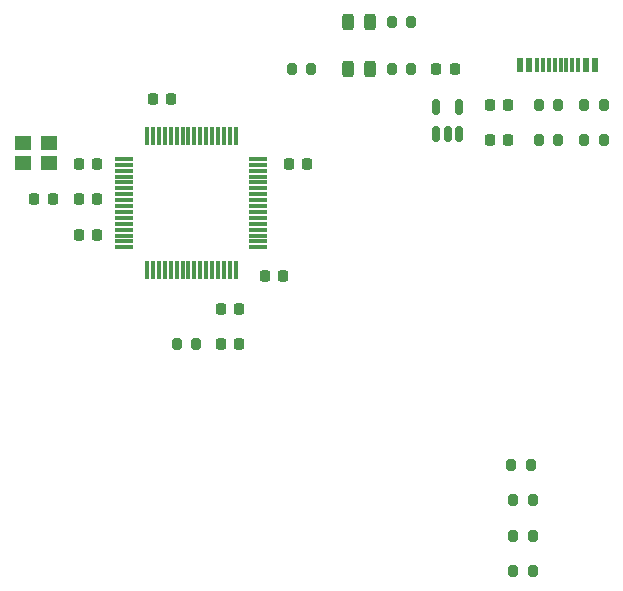
<source format=gbr>
%TF.GenerationSoftware,KiCad,Pcbnew,7.0.9*%
%TF.CreationDate,2023-12-17T15:27:51-08:00*%
%TF.ProjectId,MicroTrainer,4d696372-6f54-4726-9169-6e65722e6b69,rev?*%
%TF.SameCoordinates,Original*%
%TF.FileFunction,Paste,Top*%
%TF.FilePolarity,Positive*%
%FSLAX46Y46*%
G04 Gerber Fmt 4.6, Leading zero omitted, Abs format (unit mm)*
G04 Created by KiCad (PCBNEW 7.0.9) date 2023-12-17 15:27:51*
%MOMM*%
%LPD*%
G01*
G04 APERTURE LIST*
G04 Aperture macros list*
%AMRoundRect*
0 Rectangle with rounded corners*
0 $1 Rounding radius*
0 $2 $3 $4 $5 $6 $7 $8 $9 X,Y pos of 4 corners*
0 Add a 4 corners polygon primitive as box body*
4,1,4,$2,$3,$4,$5,$6,$7,$8,$9,$2,$3,0*
0 Add four circle primitives for the rounded corners*
1,1,$1+$1,$2,$3*
1,1,$1+$1,$4,$5*
1,1,$1+$1,$6,$7*
1,1,$1+$1,$8,$9*
0 Add four rect primitives between the rounded corners*
20,1,$1+$1,$2,$3,$4,$5,0*
20,1,$1+$1,$4,$5,$6,$7,0*
20,1,$1+$1,$6,$7,$8,$9,0*
20,1,$1+$1,$8,$9,$2,$3,0*%
G04 Aperture macros list end*
%ADD10RoundRect,0.200000X-0.200000X-0.275000X0.200000X-0.275000X0.200000X0.275000X-0.200000X0.275000X0*%
%ADD11RoundRect,0.225000X-0.225000X-0.250000X0.225000X-0.250000X0.225000X0.250000X-0.225000X0.250000X0*%
%ADD12R,1.400000X1.200000*%
%ADD13RoundRect,0.075000X-0.700000X-0.075000X0.700000X-0.075000X0.700000X0.075000X-0.700000X0.075000X0*%
%ADD14RoundRect,0.075000X-0.075000X-0.700000X0.075000X-0.700000X0.075000X0.700000X-0.075000X0.700000X0*%
%ADD15R,0.600000X1.240000*%
%ADD16R,0.300000X1.240000*%
%ADD17RoundRect,0.225000X0.225000X0.250000X-0.225000X0.250000X-0.225000X-0.250000X0.225000X-0.250000X0*%
%ADD18RoundRect,0.243750X-0.243750X-0.456250X0.243750X-0.456250X0.243750X0.456250X-0.243750X0.456250X0*%
%ADD19RoundRect,0.150000X0.150000X-0.512500X0.150000X0.512500X-0.150000X0.512500X-0.150000X-0.512500X0*%
G04 APERTURE END LIST*
D10*
%TO.C,R4*%
X125000000Y-69000000D03*
X126650000Y-69000000D03*
%TD*%
D11*
%TO.C,C4*%
X88225000Y-40500000D03*
X89775000Y-40500000D03*
%TD*%
%TO.C,C1*%
X123000000Y-29500000D03*
X124550000Y-29500000D03*
%TD*%
D10*
%TO.C,R1*%
X124850000Y-60000000D03*
X126500000Y-60000000D03*
%TD*%
%TO.C,R3*%
X125000000Y-66000000D03*
X126650000Y-66000000D03*
%TD*%
%TO.C,R2*%
X125000000Y-63000000D03*
X126650000Y-63000000D03*
%TD*%
D11*
%TO.C,C2*%
X123000000Y-32500000D03*
X124550000Y-32500000D03*
%TD*%
%TO.C,C3*%
X118500000Y-26500000D03*
X120050000Y-26500000D03*
%TD*%
%TO.C,C8*%
X100225000Y-46800000D03*
X101775000Y-46800000D03*
%TD*%
D10*
%TO.C,R5*%
X131000000Y-32500000D03*
X132650000Y-32500000D03*
%TD*%
D12*
%TO.C,Y1*%
X85700000Y-32750000D03*
X83500000Y-32750000D03*
X83500000Y-34450000D03*
X85700000Y-34450000D03*
%TD*%
D10*
%TO.C,R8*%
X131000000Y-29500000D03*
X132650000Y-29500000D03*
%TD*%
D13*
%TO.C,U3*%
X92075000Y-34075000D03*
X92075000Y-34575000D03*
X92075000Y-35075000D03*
X92075000Y-35575000D03*
X92075000Y-36075000D03*
X92075000Y-36575000D03*
X92075000Y-37075000D03*
X92075000Y-37575000D03*
X92075000Y-38075000D03*
X92075000Y-38575000D03*
X92075000Y-39075000D03*
X92075000Y-39575000D03*
X92075000Y-40075000D03*
X92075000Y-40575000D03*
X92075000Y-41075000D03*
X92075000Y-41575000D03*
D14*
X94000000Y-43500000D03*
X94500000Y-43500000D03*
X95000000Y-43500000D03*
X95500000Y-43500000D03*
X96000000Y-43500000D03*
X96500000Y-43500000D03*
X97000000Y-43500000D03*
X97500000Y-43500000D03*
X98000000Y-43500000D03*
X98500000Y-43500000D03*
X99000000Y-43500000D03*
X99500000Y-43500000D03*
X100000000Y-43500000D03*
X100500000Y-43500000D03*
X101000000Y-43500000D03*
X101500000Y-43500000D03*
D13*
X103425000Y-41575000D03*
X103425000Y-41075000D03*
X103425000Y-40575000D03*
X103425000Y-40075000D03*
X103425000Y-39575000D03*
X103425000Y-39075000D03*
X103425000Y-38575000D03*
X103425000Y-38075000D03*
X103425000Y-37575000D03*
X103425000Y-37075000D03*
X103425000Y-36575000D03*
X103425000Y-36075000D03*
X103425000Y-35575000D03*
X103425000Y-35075000D03*
X103425000Y-34575000D03*
X103425000Y-34075000D03*
D14*
X101500000Y-32150000D03*
X101000000Y-32150000D03*
X100500000Y-32150000D03*
X100000000Y-32150000D03*
X99500000Y-32150000D03*
X99000000Y-32150000D03*
X98500000Y-32150000D03*
X98000000Y-32150000D03*
X97500000Y-32150000D03*
X97000000Y-32150000D03*
X96500000Y-32150000D03*
X96000000Y-32150000D03*
X95500000Y-32150000D03*
X95000000Y-32150000D03*
X94500000Y-32150000D03*
X94000000Y-32150000D03*
%TD*%
D10*
%TO.C,R9*%
X106250000Y-26500000D03*
X107900000Y-26500000D03*
%TD*%
%TO.C,R12*%
X96500000Y-49750000D03*
X98150000Y-49750000D03*
%TD*%
D11*
%TO.C,C7*%
X94500000Y-29000000D03*
X96050000Y-29000000D03*
%TD*%
D15*
%TO.C,J6*%
X131950000Y-26100000D03*
X131150000Y-26100000D03*
D16*
X130000000Y-26100000D03*
X129000000Y-26100000D03*
X128500000Y-26100000D03*
X127500000Y-26100000D03*
D15*
X126350000Y-26100000D03*
X125550000Y-26100000D03*
X125550000Y-26100000D03*
X126350000Y-26100000D03*
D16*
X127000000Y-26100000D03*
X128000000Y-26100000D03*
X129500000Y-26100000D03*
X130500000Y-26100000D03*
D15*
X131150000Y-26100000D03*
X131950000Y-26100000D03*
%TD*%
D10*
%TO.C,R11*%
X114725000Y-26500000D03*
X116375000Y-26500000D03*
%TD*%
D17*
%TO.C,C11*%
X86000000Y-37500000D03*
X84450000Y-37500000D03*
%TD*%
D10*
%TO.C,R6*%
X127175000Y-32500000D03*
X128825000Y-32500000D03*
%TD*%
D11*
%TO.C,C6*%
X103950000Y-44000000D03*
X105500000Y-44000000D03*
%TD*%
D18*
%TO.C,D2*%
X111000000Y-26500000D03*
X112875000Y-26500000D03*
%TD*%
D11*
%TO.C,C9*%
X100225000Y-49750000D03*
X101775000Y-49750000D03*
%TD*%
D10*
%TO.C,R7*%
X127175000Y-29500000D03*
X128825000Y-29500000D03*
%TD*%
D11*
%TO.C,C5*%
X106000000Y-34500000D03*
X107550000Y-34500000D03*
%TD*%
D18*
%TO.C,D1*%
X111000000Y-22500000D03*
X112875000Y-22500000D03*
%TD*%
D11*
%TO.C,C12*%
X88225000Y-37500000D03*
X89775000Y-37500000D03*
%TD*%
D19*
%TO.C,U1*%
X118500000Y-32000000D03*
X119450000Y-32000000D03*
X120400000Y-32000000D03*
X120400000Y-29725000D03*
X118500000Y-29725000D03*
%TD*%
D10*
%TO.C,R10*%
X114725000Y-22500000D03*
X116375000Y-22500000D03*
%TD*%
D11*
%TO.C,C10*%
X88225000Y-34500000D03*
X89775000Y-34500000D03*
%TD*%
M02*

</source>
